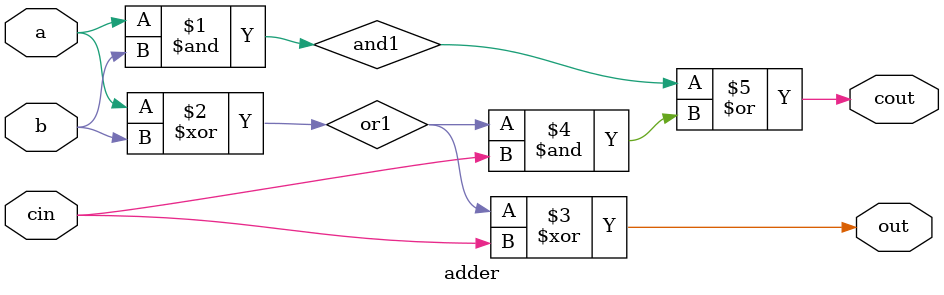
<source format=v>
module adder(a ,b , cin, out, cout);
    // ESTE MODULO CREA UN SUMADOR DE UN SOLO DOS BIT


    // ENTRADA DE NUM 1 Y NUM, PERO TIENE UN ACARREO DE ENTRADA
    input a, b, cin;

    // SALIDA DE LA SUMA DEL NUM Y UN ACARREO DE SALIDA
    output out, cout;


    // DOS WIRE QUE SE NECESITAN PARA CREAR EL MODELO ESTRUCTURAL DEL SUMADOR
    wire and1, or1;


    // LOGICA COMBINANCIONAL DEL SUMADOR 
    assign and1 = a & b;
    assign or1 = a ^ b;

    assign out = or1 ^ cin;
    assign cout = and1 | ( or1 & cin );


endmodule
</source>
